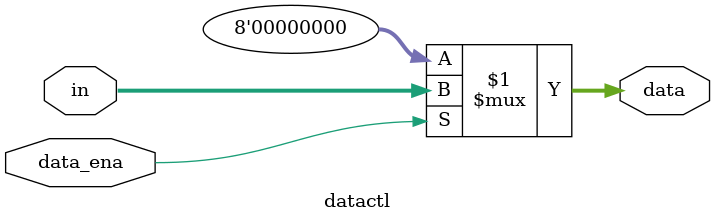
<source format=v>
module datactl(	// file.cleaned.mlir:2:3
  input  [7:0] in,	// file.cleaned.mlir:2:25
  input        data_ena,	// file.cleaned.mlir:2:38
  output [7:0] data	// file.cleaned.mlir:2:58
);

  assign data = data_ena ? in : 8'h0;	// file.cleaned.mlir:3:14, :4:10, :5:5
endmodule


</source>
